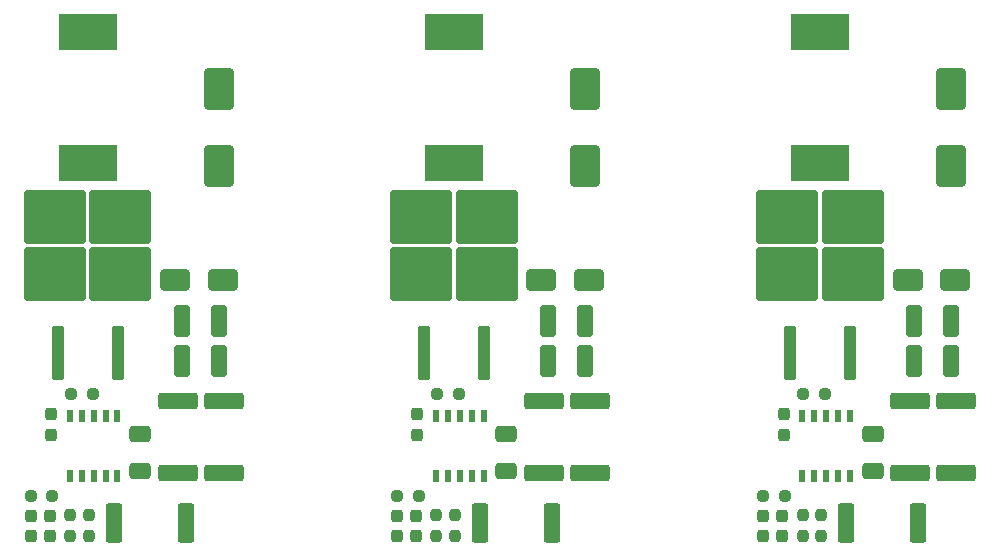
<source format=gtp>
G04 #@! TF.GenerationSoftware,KiCad,Pcbnew,8.0.0*
G04 #@! TF.CreationDate,2024-02-29T15:25:12+11:00*
G04 #@! TF.ProjectId,panel,70616e65-6c2e-46b6-9963-61645f706362,rev?*
G04 #@! TF.SameCoordinates,Original*
G04 #@! TF.FileFunction,Paste,Top*
G04 #@! TF.FilePolarity,Positive*
%FSLAX46Y46*%
G04 Gerber Fmt 4.6, Leading zero omitted, Abs format (unit mm)*
G04 Created by KiCad (PCBNEW 8.0.0) date 2024-02-29 15:25:12*
%MOMM*%
%LPD*%
G01*
G04 APERTURE LIST*
G04 Aperture macros list*
%AMRoundRect*
0 Rectangle with rounded corners*
0 $1 Rounding radius*
0 $2 $3 $4 $5 $6 $7 $8 $9 X,Y pos of 4 corners*
0 Add a 4 corners polygon primitive as box body*
4,1,4,$2,$3,$4,$5,$6,$7,$8,$9,$2,$3,0*
0 Add four circle primitives for the rounded corners*
1,1,$1+$1,$2,$3*
1,1,$1+$1,$4,$5*
1,1,$1+$1,$6,$7*
1,1,$1+$1,$8,$9*
0 Add four rect primitives between the rounded corners*
20,1,$1+$1,$2,$3,$4,$5,0*
20,1,$1+$1,$4,$5,$6,$7,0*
20,1,$1+$1,$6,$7,$8,$9,0*
20,1,$1+$1,$8,$9,$2,$3,0*%
G04 Aperture macros list end*
%ADD10RoundRect,0.250000X-0.650000X0.412500X-0.650000X-0.412500X0.650000X-0.412500X0.650000X0.412500X0*%
%ADD11RoundRect,0.250000X0.300000X-2.050000X0.300000X2.050000X-0.300000X2.050000X-0.300000X-2.050000X0*%
%ADD12RoundRect,0.250000X2.375000X-2.025000X2.375000X2.025000X-2.375000X2.025000X-2.375000X-2.025000X0*%
%ADD13RoundRect,0.237500X0.237500X-0.250000X0.237500X0.250000X-0.237500X0.250000X-0.237500X-0.250000X0*%
%ADD14RoundRect,0.237500X-0.250000X-0.237500X0.250000X-0.237500X0.250000X0.237500X-0.250000X0.237500X0*%
%ADD15R,0.510000X1.100000*%
%ADD16RoundRect,0.249999X-1.425001X0.450001X-1.425001X-0.450001X1.425001X-0.450001X1.425001X0.450001X0*%
%ADD17RoundRect,0.237500X-0.237500X0.300000X-0.237500X-0.300000X0.237500X-0.300000X0.237500X0.300000X0*%
%ADD18RoundRect,0.249999X0.450001X1.425001X-0.450001X1.425001X-0.450001X-1.425001X0.450001X-1.425001X0*%
%ADD19RoundRect,0.250000X1.000000X0.650000X-1.000000X0.650000X-1.000000X-0.650000X1.000000X-0.650000X0*%
%ADD20RoundRect,0.250000X0.412500X1.100000X-0.412500X1.100000X-0.412500X-1.100000X0.412500X-1.100000X0*%
%ADD21R,5.000000X3.100000*%
%ADD22RoundRect,0.237500X0.250000X0.237500X-0.250000X0.237500X-0.250000X-0.237500X0.250000X-0.237500X0*%
%ADD23RoundRect,0.237500X-0.237500X0.250000X-0.237500X-0.250000X0.237500X-0.250000X0.237500X0.250000X0*%
%ADD24RoundRect,0.250000X-1.000000X1.500000X-1.000000X-1.500000X1.000000X-1.500000X1.000000X1.500000X0*%
G04 APERTURE END LIST*
D10*
G04 #@! TO.C,C4*
X13940000Y-53689500D03*
X13940000Y-56814500D03*
G04 #@! TD*
D11*
G04 #@! TO.C,Q1*
X37935000Y-46824500D03*
D12*
X37700000Y-40099500D03*
X43250000Y-40099500D03*
X37700000Y-35249500D03*
X43250000Y-35249500D03*
D11*
X43015000Y-46824500D03*
G04 #@! TD*
D13*
G04 #@! TO.C,R1*
X71600000Y-62332000D03*
X71600000Y-60507000D03*
G04 #@! TD*
D14*
G04 #@! TO.C,R4*
X70087500Y-50249500D03*
X71912500Y-50249500D03*
G04 #@! TD*
D15*
G04 #@! TO.C,U1*
X39000000Y-57199500D03*
X40000000Y-57199500D03*
X41000000Y-57199500D03*
X42000000Y-57199500D03*
X43000000Y-57199500D03*
X43000000Y-52099500D03*
X42000000Y-52099500D03*
X41000000Y-52099500D03*
X40000000Y-52099500D03*
X39000000Y-52099500D03*
G04 #@! TD*
D10*
G04 #@! TO.C,C4*
X75940000Y-53689500D03*
X75940000Y-56814500D03*
G04 #@! TD*
D16*
G04 #@! TO.C,R501*
X48090000Y-50899500D03*
X48090000Y-56999500D03*
G04 #@! TD*
D17*
G04 #@! TO.C,C5*
X37400000Y-51999500D03*
X37400000Y-53724500D03*
G04 #@! TD*
D14*
G04 #@! TO.C,R4*
X39087500Y-50249500D03*
X40912500Y-50249500D03*
G04 #@! TD*
D18*
G04 #@! TO.C,R6*
X48770000Y-61189500D03*
X42670000Y-61189500D03*
G04 #@! TD*
D16*
G04 #@! TO.C,R502*
X52000000Y-50899500D03*
X52000000Y-56999500D03*
G04 #@! TD*
G04 #@! TO.C,R501*
X17090000Y-50899500D03*
X17090000Y-56999500D03*
G04 #@! TD*
D17*
G04 #@! TO.C,C302*
X35690000Y-60577000D03*
X35690000Y-62302000D03*
G04 #@! TD*
D19*
G04 #@! TO.C,D1*
X82900000Y-40649500D03*
X78900000Y-40649500D03*
G04 #@! TD*
D17*
G04 #@! TO.C,C5*
X68400000Y-51999500D03*
X68400000Y-53724500D03*
G04 #@! TD*
D20*
G04 #@! TO.C,C201*
X20592500Y-47479500D03*
X17467500Y-47479500D03*
G04 #@! TD*
D21*
G04 #@! TO.C,L1*
X71500000Y-19599500D03*
X71500000Y-30699500D03*
G04 #@! TD*
D11*
G04 #@! TO.C,Q1*
X68935000Y-46824500D03*
D12*
X68700000Y-40099500D03*
X74250000Y-40099500D03*
X68700000Y-35249500D03*
X74250000Y-35249500D03*
D11*
X74015000Y-46824500D03*
G04 #@! TD*
D22*
G04 #@! TO.C,R3*
X37502500Y-58877000D03*
X35677500Y-58877000D03*
G04 #@! TD*
D23*
G04 #@! TO.C,R2*
X39010000Y-60507000D03*
X39010000Y-62332000D03*
G04 #@! TD*
D13*
G04 #@! TO.C,R1*
X9600000Y-62332000D03*
X9600000Y-60507000D03*
G04 #@! TD*
D20*
G04 #@! TO.C,C201*
X82592500Y-47479500D03*
X79467500Y-47479500D03*
G04 #@! TD*
D18*
G04 #@! TO.C,R6*
X79770000Y-61189500D03*
X73670000Y-61189500D03*
G04 #@! TD*
D20*
G04 #@! TO.C,C202*
X51592500Y-44109500D03*
X48467500Y-44109500D03*
G04 #@! TD*
D21*
G04 #@! TO.C,L1*
X40500000Y-19599500D03*
X40500000Y-30699500D03*
G04 #@! TD*
D23*
G04 #@! TO.C,R2*
X70010000Y-60507000D03*
X70010000Y-62332000D03*
G04 #@! TD*
D22*
G04 #@! TO.C,R3*
X68502500Y-58877000D03*
X66677500Y-58877000D03*
G04 #@! TD*
D17*
G04 #@! TO.C,C302*
X66690000Y-60577000D03*
X66690000Y-62302000D03*
G04 #@! TD*
D15*
G04 #@! TO.C,U1*
X8000000Y-57199500D03*
X9000000Y-57199500D03*
X10000000Y-57199500D03*
X11000000Y-57199500D03*
X12000000Y-57199500D03*
X12000000Y-52099500D03*
X11000000Y-52099500D03*
X10000000Y-52099500D03*
X9000000Y-52099500D03*
X8000000Y-52099500D03*
G04 #@! TD*
D17*
G04 #@! TO.C,C301*
X37290000Y-60577000D03*
X37290000Y-62302000D03*
G04 #@! TD*
D24*
G04 #@! TO.C,C1*
X51600000Y-24442000D03*
X51600000Y-30942000D03*
G04 #@! TD*
D16*
G04 #@! TO.C,R502*
X83000000Y-50899500D03*
X83000000Y-56999500D03*
G04 #@! TD*
D20*
G04 #@! TO.C,C201*
X51592500Y-47479500D03*
X48467500Y-47479500D03*
G04 #@! TD*
D19*
G04 #@! TO.C,D1*
X20900000Y-40649500D03*
X16900000Y-40649500D03*
G04 #@! TD*
D11*
G04 #@! TO.C,Q1*
X6935000Y-46824500D03*
D12*
X6700000Y-40099500D03*
X12250000Y-40099500D03*
X6700000Y-35249500D03*
X12250000Y-35249500D03*
D11*
X12015000Y-46824500D03*
G04 #@! TD*
D20*
G04 #@! TO.C,C202*
X82592500Y-44109500D03*
X79467500Y-44109500D03*
G04 #@! TD*
D19*
G04 #@! TO.C,D1*
X51900000Y-40649500D03*
X47900000Y-40649500D03*
G04 #@! TD*
D17*
G04 #@! TO.C,C5*
X6400000Y-51999500D03*
X6400000Y-53724500D03*
G04 #@! TD*
G04 #@! TO.C,C301*
X68290000Y-60577000D03*
X68290000Y-62302000D03*
G04 #@! TD*
D22*
G04 #@! TO.C,R3*
X6502500Y-58877000D03*
X4677500Y-58877000D03*
G04 #@! TD*
D16*
G04 #@! TO.C,R502*
X21000000Y-50899500D03*
X21000000Y-56999500D03*
G04 #@! TD*
D14*
G04 #@! TO.C,R4*
X8087500Y-50249500D03*
X9912500Y-50249500D03*
G04 #@! TD*
D20*
G04 #@! TO.C,C202*
X20592500Y-44109500D03*
X17467500Y-44109500D03*
G04 #@! TD*
D21*
G04 #@! TO.C,L1*
X9500000Y-19599500D03*
X9500000Y-30699500D03*
G04 #@! TD*
D23*
G04 #@! TO.C,R2*
X8010000Y-60507000D03*
X8010000Y-62332000D03*
G04 #@! TD*
D10*
G04 #@! TO.C,C4*
X44940000Y-53689500D03*
X44940000Y-56814500D03*
G04 #@! TD*
D17*
G04 #@! TO.C,C301*
X6290000Y-60577000D03*
X6290000Y-62302000D03*
G04 #@! TD*
D24*
G04 #@! TO.C,C1*
X82600000Y-24442000D03*
X82600000Y-30942000D03*
G04 #@! TD*
G04 #@! TO.C,C1*
X20600000Y-24442000D03*
X20600000Y-30942000D03*
G04 #@! TD*
D18*
G04 #@! TO.C,R6*
X17770000Y-61189500D03*
X11670000Y-61189500D03*
G04 #@! TD*
D16*
G04 #@! TO.C,R501*
X79090000Y-50899500D03*
X79090000Y-56999500D03*
G04 #@! TD*
D15*
G04 #@! TO.C,U1*
X70000000Y-57199500D03*
X71000000Y-57199500D03*
X72000000Y-57199500D03*
X73000000Y-57199500D03*
X74000000Y-57199500D03*
X74000000Y-52099500D03*
X73000000Y-52099500D03*
X72000000Y-52099500D03*
X71000000Y-52099500D03*
X70000000Y-52099500D03*
G04 #@! TD*
D17*
G04 #@! TO.C,C302*
X4690000Y-60577000D03*
X4690000Y-62302000D03*
G04 #@! TD*
D13*
G04 #@! TO.C,R1*
X40600000Y-62332000D03*
X40600000Y-60507000D03*
G04 #@! TD*
M02*

</source>
